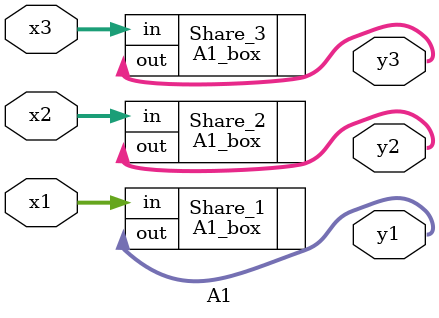
<source format=v>

module A1(
	input wire [3:0] x1,
	input wire [3:0] x2,
	input wire [3:0] x3,
	output wire [3:0] y1,
	output wire [3:0] y2,
	output wire [3:0] y3
);

	A1_box Share_1 (.in(x1),.out(y1));	
	A1_box Share_2 (.in(x2),.out(y2));	
	A1_box Share_3 (.in(x3),.out(y3));

endmodule

</source>
